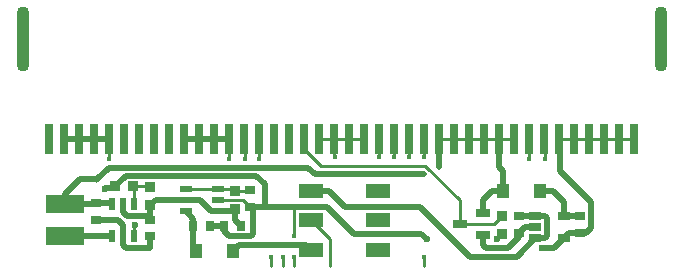
<source format=gtl>
%TF.GenerationSoftware,KiCad,Pcbnew,9.0.5*%
%TF.CreationDate,2025-10-03T12:11:08+01:00*%
%TF.ProjectId,vm_jacdaptor,766d5f6a-6163-4646-9170-746f722e6b69,0.4*%
%TF.SameCoordinates,PX58b1140PY3fe56c0*%
%TF.FileFunction,Copper,L1,Top*%
%TF.FilePolarity,Positive*%
%FSLAX45Y45*%
G04 Gerber Fmt 4.5, Leading zero omitted, Abs format (unit mm)*
G04 Created by KiCad (PCBNEW 9.0.5) date 2025-10-03 12:11:08*
%MOMM*%
%LPD*%
G01*
G04 APERTURE LIST*
%TA.AperFunction,SMDPad,CuDef*%
%ADD10C,0.125000*%
%TD*%
%TA.AperFunction,SMDPad,CuDef*%
%ADD11R,0.860000X0.810000*%
%TD*%
%TA.AperFunction,SMDPad,CuDef*%
%ADD12R,0.800000X0.900000*%
%TD*%
%TA.AperFunction,SMDPad,CuDef*%
%ADD13R,1.000000X0.700000*%
%TD*%
%TA.AperFunction,SMDPad,CuDef*%
%ADD14R,0.900000X0.800000*%
%TD*%
%TA.AperFunction,SMDPad,CuDef*%
%ADD15R,0.810000X0.860000*%
%TD*%
%TA.AperFunction,SMDPad,CuDef*%
%ADD16R,3.320000X1.500000*%
%TD*%
%TA.AperFunction,SMDPad,CuDef*%
%ADD17R,1.100000X0.600000*%
%TD*%
%TA.AperFunction,SMDPad,CuDef*%
%ADD18R,0.600000X1.100000*%
%TD*%
%TA.AperFunction,SMDPad,CuDef*%
%ADD19R,2.000000X1.200000*%
%TD*%
%TA.AperFunction,SMDPad,CuDef*%
%ADD20R,0.800000X2.500000*%
%TD*%
%TA.AperFunction,ComponentPad*%
%ADD21O,1.100000X5.500000*%
%TD*%
%TA.AperFunction,SMDPad,CuDef*%
%ADD22R,1.000000X1.200000*%
%TD*%
%TA.AperFunction,SMDPad,CuDef*%
%ADD23R,1.250000X0.700000*%
%TD*%
%TA.AperFunction,ViaPad*%
%ADD24C,0.600000*%
%TD*%
%TA.AperFunction,ViaPad*%
%ADD25C,0.450000*%
%TD*%
%TA.AperFunction,Conductor*%
%ADD26C,0.500000*%
%TD*%
%TA.AperFunction,Conductor*%
%ADD27C,0.250000*%
%TD*%
G04 APERTURE END LIST*
D10*
%TO.P,GS3,1,GND*%
%TO.N,GND*%
X-400000Y-1100000D03*
%TD*%
D11*
%TO.P,R4,1*%
%TO.N,/JD_DATA_MCU*%
X1360000Y-675000D03*
%TO.P,R4,2*%
%TO.N,/JD_DATA*%
X1360000Y-825000D03*
%TD*%
%TO.P,R1,1*%
%TO.N,+4V15*%
X-1620000Y-585000D03*
%TO.P,R1,2*%
%TO.N,Net-(U1-FB)*%
X-1620000Y-435000D03*
%TD*%
D12*
%TO.P,C7,1*%
%TO.N,Net-(U3-OUT)*%
X-1255000Y-760000D03*
%TO.P,C7,2*%
%TO.N,GND*%
X-1115000Y-760000D03*
%TD*%
D10*
%TO.P,GS1,1,JD_PWR*%
%TO.N,JD_PWR*%
X-100000Y-1100000D03*
%TD*%
D13*
%TO.P,U2,1,IN*%
%TO.N,Net-(U2-EN)*%
X1640000Y-675000D03*
%TO.P,U2,2,GND*%
%TO.N,GND*%
X1640000Y-770000D03*
%TO.P,U2,3,EN*%
%TO.N,Net-(U2-EN)*%
X1640000Y-865000D03*
%TO.P,U2,4,N/C*%
%TO.N,GND*%
X1880000Y-865000D03*
%TO.P,U2,5,OUT*%
%TO.N,Net-(U2-OUT)*%
X1880000Y-675000D03*
%TD*%
D14*
%TO.P,C2,1*%
%TO.N,+4V15*%
X-1620000Y-710000D03*
%TO.P,C2,2*%
%TO.N,GND*%
X-1620000Y-850000D03*
%TD*%
D15*
%TO.P,R2,1*%
%TO.N,Net-(U1-FB)*%
X-1765000Y-425000D03*
%TO.P,R2,2*%
%TO.N,GND*%
X-1915000Y-425000D03*
%TD*%
D16*
%TO.P,L1,1,1*%
%TO.N,+3V3*%
X-2340000Y-577000D03*
%TO.P,L1,2,2*%
%TO.N,Net-(U1-SW)*%
X-2340000Y-843000D03*
%TD*%
D14*
%TO.P,C1,1*%
%TO.N,+3V3*%
X-2080000Y-570000D03*
%TO.P,C1,2*%
%TO.N,GND*%
X-2080000Y-710000D03*
%TD*%
%TO.P,C6,1*%
%TO.N,Net-(U2-EN)*%
X1500000Y-680000D03*
%TO.P,C6,2*%
%TO.N,GND*%
X1500000Y-820000D03*
%TD*%
D17*
%TO.P,U3,1,IN*%
%TO.N,+4V15*%
X-1050000Y-635000D03*
%TO.P,U3,2,GND*%
%TO.N,GND*%
X-1050000Y-540000D03*
%TO.P,U3,3,EN*%
%TO.N,Net-(U3-EN)*%
X-1050000Y-445000D03*
%TO.P,U3,4,~{FAULT}*%
X-1320000Y-445000D03*
%TO.P,U3,5,ILIM*%
%TO.N,+4V15*%
X-1320000Y-540000D03*
%TO.P,U3,6,OUT*%
%TO.N,Net-(U3-OUT)*%
X-1320000Y-635000D03*
%TD*%
D14*
%TO.P,C5,1*%
%TO.N,Net-(U2-OUT)*%
X2020000Y-680000D03*
%TO.P,C5,2*%
%TO.N,GND*%
X2020000Y-820000D03*
%TD*%
D11*
%TO.P,R3,1*%
%TO.N,+4V15*%
X-905000Y-615000D03*
%TO.P,R3,2*%
%TO.N,Net-(U3-EN)*%
X-905000Y-465000D03*
%TD*%
D12*
%TO.P,C3,1*%
%TO.N,+4V15*%
X-855000Y-760000D03*
%TO.P,C3,2*%
%TO.N,GND*%
X-995000Y-760000D03*
%TD*%
D18*
%TO.P,U1,1,SW*%
%TO.N,Net-(U1-SW)*%
X-1945000Y-845000D03*
%TO.P,U1,2,GND*%
%TO.N,GND*%
X-1850000Y-845000D03*
%TO.P,U1,3,EN*%
%TO.N,+3V3*%
X-1755000Y-845000D03*
%TO.P,U1,4,FB*%
%TO.N,Net-(U1-FB)*%
X-1755000Y-575000D03*
%TO.P,U1,5,VOUT*%
%TO.N,+4V15*%
X-1850000Y-575000D03*
%TO.P,U1,6,VBAT*%
%TO.N,+3V3*%
X-1945000Y-575000D03*
%TD*%
D10*
%TO.P,GS14,1,RESET*%
%TO.N,/RESET*%
X-500000Y-1100000D03*
%TD*%
D19*
%TO.P,SW1,1,1*%
%TO.N,Net-(D2-Pad1)*%
X-260000Y-964500D03*
%TO.P,SW1,2,2*%
%TO.N,JD_PWR*%
X-260000Y-714500D03*
%TO.P,SW1,3,3*%
%TO.N,Net-(U2-EN)*%
X-260000Y-464500D03*
%TO.P,SW1,4,4*%
%TO.N,unconnected-(SW1-Pad4)*%
X310000Y-964500D03*
%TO.P,SW1,5,5*%
%TO.N,unconnected-(SW1-Pad5)*%
X310000Y-714500D03*
%TO.P,SW1,6,6*%
%TO.N,unconnected-(SW1-Pad6)*%
X310000Y-464500D03*
%TD*%
D10*
%TO.P,GS2,1,JD_DATA*%
%TO.N,/JD_DATA*%
X700000Y-1100000D03*
%TD*%
D20*
%TO.P,J1,1,P3*%
%TO.N,unconnected-(J1-P3-Pad1)*%
X-2476000Y-26000D03*
%TO.P,J1,2,P0*%
%TO.N,/SWCLK*%
X-2349000Y-26000D03*
%TO.P,J1,3,P0*%
X-2222000Y-26000D03*
%TO.P,J1,4,P0*%
X-2095000Y-26000D03*
%TO.P,J1,5,P0*%
X-1968000Y-26000D03*
%TO.P,J1,6,P4*%
%TO.N,unconnected-(J1-P4-Pad6)*%
X-1841000Y-26000D03*
%TO.P,J1,7,P5*%
%TO.N,unconnected-(J1-P5-Pad7)*%
X-1714000Y-26000D03*
%TO.P,J1,8,P6*%
%TO.N,unconnected-(J1-P6-Pad8)*%
X-1587000Y-26000D03*
%TO.P,J1,9,P7*%
%TO.N,unconnected-(J1-P7-Pad9)*%
X-1461000Y-26000D03*
%TO.P,J1,10,P1*%
%TO.N,/RESET*%
X-1334000Y-26000D03*
%TO.P,J1,11,P1*%
X-1206000Y-26000D03*
%TO.P,J1,12,P1*%
X-1079000Y-26000D03*
%TO.P,J1,13,P1*%
X-952000Y-26000D03*
%TO.P,J1,14,P8*%
%TO.N,/SWDIO_0*%
X-825000Y-26000D03*
%TO.P,J1,15,P9*%
%TO.N,/SWDIO_1*%
X-698000Y-26000D03*
%TO.P,J1,16,P10*%
%TO.N,unconnected-(J1-P10-Pad16)*%
X-571000Y-26000D03*
%TO.P,J1,17,P11*%
%TO.N,unconnected-(J1-P11-Pad17)*%
X-444000Y-26000D03*
%TO.P,J1,18,P12*%
%TO.N,/JD_DATA_MCU*%
X-317000Y-26000D03*
%TO.P,J1,19,P2*%
%TO.N,/SWDIO_2*%
X-190000Y-26000D03*
%TO.P,J1,20,P2*%
X-63000Y-26000D03*
%TO.P,J1,21,P2*%
X63000Y-26000D03*
%TO.P,J1,22,P2*%
X190000Y-26000D03*
%TO.P,J1,23,P13*%
%TO.N,/SWDIO_3*%
X317000Y-26000D03*
%TO.P,J1,24,P14*%
%TO.N,/SWDIO_4*%
X445000Y-26000D03*
%TO.P,J1,25,P15*%
%TO.N,/SWDIO_5*%
X572000Y-26000D03*
%TO.P,J1,26,P16*%
%TO.N,/SWDIO_6*%
X699000Y-26000D03*
%TO.P,J1,27,3V3*%
%TO.N,+3V3*%
X826000Y-26000D03*
%TO.P,J1,28,3V3*%
X953000Y-26000D03*
%TO.P,J1,29,3V3*%
X1080000Y-26000D03*
%TO.P,J1,30,3V3*%
X1207000Y-26000D03*
%TO.P,J1,31,3V3*%
X1334000Y-26000D03*
%TO.P,J1,32,3V3*%
X1461000Y-26000D03*
%TO.P,J1,33,P19*%
%TO.N,/SWDIO_7*%
X1588000Y-26000D03*
%TO.P,J1,34,P20*%
%TO.N,/SWDIO_8*%
X1714000Y-26000D03*
%TO.P,J1,35,GND*%
%TO.N,GND*%
X1841000Y-26000D03*
%TO.P,J1,36,GND*%
X1969000Y-26000D03*
%TO.P,J1,37,GND*%
X2096000Y-26000D03*
%TO.P,J1,38,GND*%
X2223000Y-26000D03*
%TO.P,J1,39,GND*%
X2350000Y-26000D03*
%TO.P,J1,40,GND*%
X2477000Y-26000D03*
D21*
%TO.P,J1,41*%
%TO.N,N/C*%
X2700000Y825000D03*
%TO.P,J1,42*%
X-2700000Y825000D03*
%TD*%
D10*
%TO.P,GS13,1,SWCLK*%
%TO.N,/SWCLK*%
X-600000Y-1100000D03*
%TD*%
D22*
%TO.P,D3,1*%
%TO.N,+3V3*%
X1370000Y-462500D03*
%TO.P,D3,2*%
%TO.N,Net-(U2-OUT)*%
X1680000Y-462500D03*
%TD*%
D14*
%TO.P,C4,1*%
%TO.N,Net-(U3-EN)*%
X-775000Y-460000D03*
%TO.P,C4,2*%
%TO.N,GND*%
X-775000Y-600000D03*
%TD*%
D22*
%TO.P,D2,1*%
%TO.N,Net-(D2-Pad1)*%
X-920902Y-973674D03*
%TO.P,D2,2*%
%TO.N,Net-(U3-OUT)*%
X-1230902Y-973674D03*
%TD*%
D23*
%TO.P,D1,1*%
%TO.N,GND*%
X1200000Y-840000D03*
%TO.P,D1,2*%
%TO.N,+3V3*%
X1200000Y-650000D03*
%TO.P,D1,3*%
%TO.N,/JD_DATA_MCU*%
X1000000Y-745000D03*
%TD*%
D24*
%TO.N,+3V3*%
X-1750000Y-750100D03*
X-2067500Y-367500D03*
D25*
X825000Y-262500D03*
X700000Y-325000D03*
D24*
%TO.N,GND*%
X-2006819Y-444689D03*
D25*
X1550000Y-770000D03*
X-400000Y-850000D03*
X-402500Y-1020000D03*
D24*
X-1930000Y-710000D03*
X1700000Y-950000D03*
X725000Y-875000D03*
%TO.N,/JD_DATA*%
X1312500Y-875000D03*
D25*
X700000Y-1020000D03*
%TO.N,/SWDIO_1*%
X-700000Y-190000D03*
%TO.N,/SWDIO_2*%
X-60000Y-180000D03*
%TO.N,/SWDIO_3*%
X320000Y-176900D03*
%TO.N,/SWDIO_4*%
X440000Y-176900D03*
%TO.N,/SWDIO_5*%
X570000Y-180000D03*
%TO.N,/SWDIO_6*%
X700000Y-180000D03*
%TO.N,/SWDIO_7*%
X1590000Y-190000D03*
%TO.N,/SWCLK*%
X-600000Y-1020000D03*
X-1970000Y-190000D03*
%TO.N,/RESET*%
X-500000Y-1020000D03*
X-950000Y-190000D03*
%TO.N,/SWDIO_0*%
X-820000Y-190000D03*
%TO.N,/SWDIO_8*%
X1720000Y-190000D03*
%TD*%
D26*
%TO.N,+3V3*%
X-283100Y-266900D02*
X-225000Y-325000D01*
X-2087000Y-577000D02*
X-2080000Y-570000D01*
X1200000Y-537500D02*
X1200000Y-650000D01*
X825000Y-27000D02*
X826000Y-26000D01*
X-2080000Y-570000D02*
X-1950000Y-570000D01*
D27*
X953000Y-26000D02*
X1080000Y-26000D01*
D26*
X-2340000Y-577000D02*
X-2087000Y-577000D01*
X1370000Y-462500D02*
X1275000Y-462500D01*
X-1950000Y-570000D02*
X-1945000Y-575000D01*
X1334000Y-259000D02*
X1334000Y-26000D01*
X1275000Y-462500D02*
X1200000Y-537500D01*
X1370000Y-295000D02*
X1334000Y-259000D01*
X-225000Y-325000D02*
X700000Y-325000D01*
X1370000Y-462500D02*
X1370000Y-295000D01*
X-2067500Y-367500D02*
X-1966900Y-266900D01*
X-2340000Y-577000D02*
X-2340000Y-490000D01*
D27*
X826000Y-26000D02*
X953000Y-26000D01*
X1080000Y-26000D02*
X1207000Y-26000D01*
X-1755000Y-845000D02*
X-1755000Y-755100D01*
D26*
X-2340000Y-490000D02*
X-2217500Y-367500D01*
D27*
X-2080000Y-380000D02*
X-2067500Y-367500D01*
D26*
X-2217500Y-367500D02*
X-2067500Y-367500D01*
D27*
X1207000Y-26000D02*
X1334000Y-26000D01*
D26*
X825000Y-262500D02*
X825000Y-27000D01*
X-1966900Y-266900D02*
X-283100Y-266900D01*
D27*
X1334000Y-26000D02*
X1461000Y-26000D01*
X-1755000Y-755100D02*
X-1750000Y-750100D01*
D26*
%TO.N,GND*%
X-1890000Y-710000D02*
X-1930000Y-710000D01*
X1200000Y-925000D02*
X1200000Y-840000D01*
X-1850000Y-845000D02*
X-1850000Y-925200D01*
X-995000Y-760000D02*
X-1115000Y-760000D01*
X1880000Y-865000D02*
X1795000Y-950000D01*
X2110100Y-779900D02*
X2070000Y-820000D01*
X1925000Y-820000D02*
X1880000Y-865000D01*
X1500000Y-858700D02*
X1408600Y-950100D01*
D27*
X-835000Y-540000D02*
X-775000Y-600000D01*
X-1050000Y-540000D02*
X-835000Y-540000D01*
D26*
X-769900Y-850100D02*
X-949900Y-850100D01*
D27*
X2096000Y-26000D02*
X2223000Y-26000D01*
X1969000Y-26000D02*
X2096000Y-26000D01*
D26*
X-1850000Y-925200D02*
X-1830100Y-945100D01*
X-1850000Y-750000D02*
X-1890000Y-710000D01*
X-1915000Y-425000D02*
X-1930200Y-440200D01*
X1500000Y-820000D02*
X1500000Y-858700D01*
X-750000Y-830200D02*
X-769900Y-850100D01*
X-750000Y-625000D02*
X-750000Y-830200D01*
X1841000Y-26000D02*
X1850000Y-35000D01*
X-650000Y-409800D02*
X-650000Y-600000D01*
X1550000Y-770000D02*
X1500000Y-820000D01*
D27*
X-400000Y-1100000D02*
X-400000Y-1022500D01*
D26*
X-1625100Y-945100D02*
X-1620000Y-940000D01*
X-1915000Y-425000D02*
X-1826900Y-336900D01*
X-1930200Y-440200D02*
X-2003058Y-440200D01*
X-1826900Y-336900D02*
X-722900Y-336900D01*
X-1620000Y-940000D02*
X-1620000Y-850000D01*
X-995000Y-805000D02*
X-995000Y-760000D01*
X675000Y-825000D02*
X100700Y-825000D01*
X725000Y-875000D02*
X675000Y-825000D01*
D27*
X2223000Y-26000D02*
X2350000Y-26000D01*
D26*
X-1830100Y-945100D02*
X-1625100Y-945100D01*
X-1850000Y-845000D02*
X-1850000Y-750000D01*
X1640000Y-770000D02*
X1550000Y-770000D01*
X-722900Y-336900D02*
X-650000Y-409800D01*
X-400000Y-600000D02*
X-650000Y-600000D01*
X2070000Y-820000D02*
X2020000Y-820000D01*
X2110100Y-560100D02*
X2110100Y-779900D01*
X1841000Y-26000D02*
X1841000Y-41000D01*
D27*
X1841000Y-26000D02*
X1969000Y-26000D01*
D26*
X-650000Y-600000D02*
X-775000Y-600000D01*
D27*
X-400000Y-850000D02*
X-400000Y-600000D01*
D26*
X2020000Y-820000D02*
X1925000Y-820000D01*
X1841000Y-41000D02*
X1850000Y-50000D01*
X100700Y-825000D02*
X-124300Y-600000D01*
X1850000Y-35000D02*
X1850000Y-300000D01*
X1850000Y-300000D02*
X2110100Y-560100D01*
X-775000Y-600000D02*
X-750000Y-625000D01*
X-949900Y-850100D02*
X-995000Y-805000D01*
D27*
X2350000Y-26000D02*
X2477000Y-26000D01*
D26*
X1795000Y-950000D02*
X1700000Y-950000D01*
X1225100Y-950100D02*
X1200000Y-925000D01*
X-124300Y-600000D02*
X-400000Y-600000D01*
X-2080000Y-710000D02*
X-1930000Y-710000D01*
D27*
X-400000Y-1022500D02*
X-402500Y-1020000D01*
D26*
X1408600Y-950100D02*
X1225100Y-950100D01*
%TO.N,+4V15*%
X-1654900Y-675100D02*
X-1620000Y-710000D01*
X-1050000Y-635000D02*
X-925000Y-635000D01*
X-1200000Y-540000D02*
X-1105000Y-635000D01*
X-905000Y-615000D02*
X-905000Y-710000D01*
X-1620000Y-585000D02*
X-1575000Y-540000D01*
X-925000Y-635000D02*
X-905000Y-615000D01*
X-1575000Y-540000D02*
X-1320000Y-540000D01*
X-1320000Y-540000D02*
X-1200000Y-540000D01*
X-1620000Y-585000D02*
X-1620000Y-710000D01*
X-905000Y-710000D02*
X-855000Y-760000D01*
X-1850000Y-575000D02*
X-1850000Y-643934D01*
X-1105000Y-635000D02*
X-1050000Y-635000D01*
X-1818834Y-675100D02*
X-1654900Y-675100D01*
X-1850000Y-643934D02*
X-1818834Y-675100D01*
D27*
%TO.N,Net-(U3-EN)*%
X-925000Y-445000D02*
X-905000Y-465000D01*
X-1050000Y-445000D02*
X-1320000Y-445000D01*
X-1050000Y-445000D02*
X-925000Y-445000D01*
X-905000Y-465000D02*
X-780000Y-465000D01*
X-780000Y-465000D02*
X-775000Y-460000D01*
D26*
%TO.N,Net-(U2-EN)*%
X-110000Y-464500D02*
X-260000Y-464500D01*
X1720200Y-865000D02*
X1735100Y-850100D01*
X1500000Y-680000D02*
X1635000Y-680000D01*
X25500Y-600000D02*
X-110000Y-464500D01*
X1640000Y-865000D02*
X1720200Y-865000D01*
X1640000Y-865000D02*
X1484900Y-1020100D01*
X1720200Y-675000D02*
X1640000Y-675000D01*
X1735100Y-689900D02*
X1720200Y-675000D01*
X667300Y-600000D02*
X25500Y-600000D01*
X1087400Y-1020100D02*
X667300Y-600000D01*
X1484900Y-1020100D02*
X1087400Y-1020100D01*
X1635000Y-680000D02*
X1640000Y-675000D01*
X1735100Y-850100D02*
X1735100Y-689900D01*
%TO.N,Net-(U3-OUT)*%
X-1255000Y-760000D02*
X-1255000Y-949576D01*
X-1255000Y-949576D02*
X-1230902Y-973674D01*
X-1255000Y-700000D02*
X-1320000Y-635000D01*
X-1255000Y-760000D02*
X-1255000Y-700000D01*
D27*
%TO.N,/JD_DATA_MCU*%
X-178000Y-250000D02*
X706317Y-250000D01*
X-317000Y-26000D02*
X-317000Y-111000D01*
X706317Y-250000D02*
X1000000Y-543683D01*
X1000000Y-745000D02*
X1290000Y-745000D01*
X1000000Y-543683D02*
X1000000Y-745000D01*
X-317000Y-111000D02*
X-178000Y-250000D01*
X1290000Y-745000D02*
X1360000Y-675000D01*
D26*
%TO.N,Net-(D2-Pad1)*%
X-920902Y-973674D02*
X-872227Y-925000D01*
X-299500Y-925000D02*
X-260000Y-964500D01*
X-872227Y-925000D02*
X-299500Y-925000D01*
D27*
%TO.N,JD_PWR*%
X-100000Y-874500D02*
X-100000Y-1100000D01*
X-260000Y-714500D02*
X-100000Y-874500D01*
%TO.N,/JD_DATA*%
X700000Y-1020000D02*
X700000Y-1100000D01*
X1360000Y-825000D02*
X1311321Y-873679D01*
X1311321Y-873679D02*
X1311321Y-873821D01*
X1311321Y-873821D02*
X1312500Y-875000D01*
%TO.N,/SWDIO_1*%
X-700000Y-190000D02*
X-700000Y-28000D01*
X-700000Y-28000D02*
X-698000Y-26000D01*
%TO.N,/SWDIO_2*%
X-63000Y-177000D02*
X-60000Y-180000D01*
X-190000Y-26000D02*
X-63000Y-26000D01*
X63000Y-26000D02*
X190000Y-26000D01*
X-63000Y-26000D02*
X63000Y-26000D01*
X-63000Y-26000D02*
X-63000Y-177000D01*
%TO.N,/SWDIO_3*%
X317000Y-26000D02*
X320000Y-29000D01*
X320000Y-29000D02*
X320000Y-176900D01*
%TO.N,/SWDIO_4*%
X440000Y-31000D02*
X440000Y-176900D01*
X445000Y-26000D02*
X440000Y-31000D01*
%TO.N,/SWDIO_5*%
X572000Y-178000D02*
X570000Y-180000D01*
X572000Y-26000D02*
X572000Y-178000D01*
%TO.N,/SWDIO_6*%
X699000Y-26000D02*
X699000Y-179000D01*
X699000Y-179000D02*
X700000Y-180000D01*
%TO.N,/SWDIO_7*%
X1590000Y-190000D02*
X1590000Y-28000D01*
X1590000Y-28000D02*
X1588000Y-26000D01*
%TO.N,/SWCLK*%
X-600000Y-1100000D02*
X-600000Y-1020000D01*
D26*
X-2349000Y-26000D02*
X-2222000Y-26000D01*
X-2095000Y-26000D02*
X-1968000Y-26000D01*
D27*
X-1970000Y-28000D02*
X-1968000Y-26000D01*
X-1970000Y-190000D02*
X-1970000Y-28000D01*
D26*
X-2222000Y-26000D02*
X-2095000Y-26000D01*
D27*
%TO.N,/RESET*%
X-950000Y-28000D02*
X-952000Y-26000D01*
D26*
X-1206000Y-26000D02*
X-1079000Y-26000D01*
X-1079000Y-26000D02*
X-952000Y-26000D01*
D27*
X-950000Y-190000D02*
X-950000Y-28000D01*
D26*
X-1334000Y-26000D02*
X-1206000Y-26000D01*
D27*
X-500000Y-1100000D02*
X-500000Y-1020000D01*
%TO.N,/SWDIO_0*%
X-820000Y-31000D02*
X-825000Y-26000D01*
X-820000Y-190000D02*
X-820000Y-31000D01*
%TO.N,/SWDIO_8*%
X1720000Y-32000D02*
X1714000Y-26000D01*
X1720000Y-190000D02*
X1720000Y-32000D01*
D26*
%TO.N,Net-(U1-SW)*%
X-2340000Y-843000D02*
X-1947000Y-843000D01*
D27*
%TO.N,Net-(U1-FB)*%
X-1755000Y-435000D02*
X-1765000Y-425000D01*
X-1755000Y-575000D02*
X-1755000Y-435000D01*
X-1630000Y-425000D02*
X-1620000Y-435000D01*
X-1765000Y-425000D02*
X-1630000Y-425000D01*
D26*
%TO.N,Net-(U2-OUT)*%
X1885000Y-680000D02*
X1880000Y-675000D01*
X1880000Y-675000D02*
X1880000Y-555000D01*
X1787500Y-462500D02*
X1680000Y-462500D01*
X1880000Y-555000D02*
X1787500Y-462500D01*
X2020000Y-680000D02*
X1885000Y-680000D01*
%TD*%
M02*

</source>
